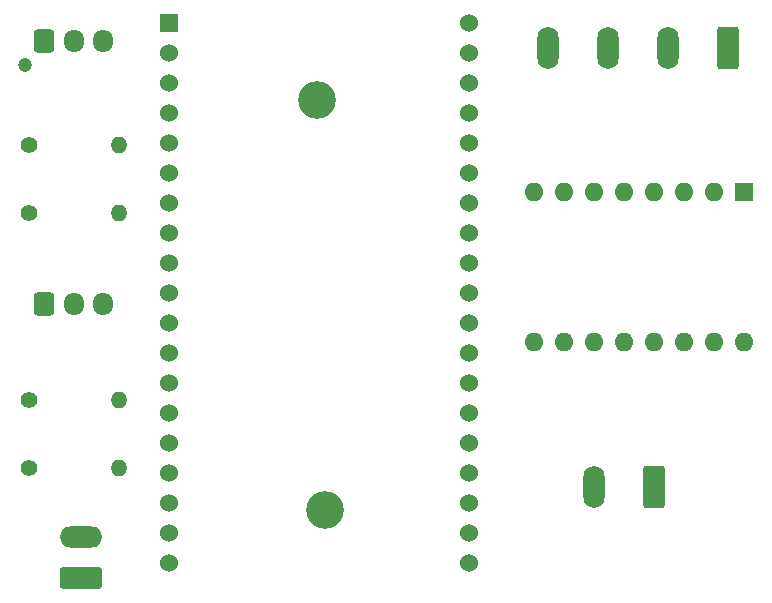
<source format=gbr>
%TF.GenerationSoftware,KiCad,Pcbnew,(6.0.1)*%
%TF.CreationDate,2022-10-31T14:49:25-07:00*%
%TF.ProjectId,Jianyi_PCB,4a69616e-7969-45f5-9043-422e6b696361,rev?*%
%TF.SameCoordinates,Original*%
%TF.FileFunction,Soldermask,Bot*%
%TF.FilePolarity,Negative*%
%FSLAX46Y46*%
G04 Gerber Fmt 4.6, Leading zero omitted, Abs format (unit mm)*
G04 Created by KiCad (PCBNEW (6.0.1)) date 2022-10-31 14:49:25*
%MOMM*%
%LPD*%
G01*
G04 APERTURE LIST*
G04 Aperture macros list*
%AMRoundRect*
0 Rectangle with rounded corners*
0 $1 Rounding radius*
0 $2 $3 $4 $5 $6 $7 $8 $9 X,Y pos of 4 corners*
0 Add a 4 corners polygon primitive as box body*
4,1,4,$2,$3,$4,$5,$6,$7,$8,$9,$2,$3,0*
0 Add four circle primitives for the rounded corners*
1,1,$1+$1,$2,$3*
1,1,$1+$1,$4,$5*
1,1,$1+$1,$6,$7*
1,1,$1+$1,$8,$9*
0 Add four rect primitives between the rounded corners*
20,1,$1+$1,$2,$3,$4,$5,0*
20,1,$1+$1,$4,$5,$6,$7,0*
20,1,$1+$1,$6,$7,$8,$9,0*
20,1,$1+$1,$8,$9,$2,$3,0*%
G04 Aperture macros list end*
%ADD10C,3.200000*%
%ADD11RoundRect,0.250000X-0.600000X-0.725000X0.600000X-0.725000X0.600000X0.725000X-0.600000X0.725000X0*%
%ADD12O,1.700000X1.950000*%
%ADD13C,1.400000*%
%ADD14O,1.400000X1.400000*%
%ADD15RoundRect,0.250000X0.650000X1.550000X-0.650000X1.550000X-0.650000X-1.550000X0.650000X-1.550000X0*%
%ADD16O,1.800000X3.600000*%
%ADD17R,1.530000X1.530000*%
%ADD18C,1.530000*%
%ADD19RoundRect,0.250000X1.550000X-0.650000X1.550000X0.650000X-1.550000X0.650000X-1.550000X-0.650000X0*%
%ADD20O,3.600000X1.800000*%
%ADD21C,1.200000*%
%ADD22R,1.600000X1.600000*%
%ADD23O,1.600000X1.600000*%
G04 APERTURE END LIST*
D10*
%TO.C,REF\u002A\u002A*%
X98704400Y-100711000D03*
%TD*%
%TO.C,REF\u002A\u002A*%
X98044000Y-66014600D03*
%TD*%
D11*
%TO.C,OutletSensor1*%
X74970000Y-83295000D03*
D12*
X77470000Y-83295000D03*
X79970000Y-83295000D03*
%TD*%
D13*
%TO.C,R4-68k\u03A91*%
X73660000Y-97155000D03*
D14*
X81280000Y-97155000D03*
%TD*%
D15*
%TO.C,Motor1*%
X132842000Y-61595000D03*
D16*
X127762000Y-61595000D03*
X122682000Y-61595000D03*
X117602000Y-61595000D03*
%TD*%
D17*
%TO.C,U1*%
X85500000Y-59556000D03*
D18*
X85500000Y-62096000D03*
X85500000Y-64636000D03*
X85500000Y-67176000D03*
X85500000Y-69716000D03*
X85500000Y-72256000D03*
X85500000Y-74796000D03*
X85500000Y-77336000D03*
X85500000Y-79876000D03*
X85500000Y-82416000D03*
X85500000Y-84956000D03*
X85500000Y-87496000D03*
X85500000Y-90036000D03*
X85500000Y-92576000D03*
X85500000Y-95116000D03*
X85500000Y-97656000D03*
X85500000Y-100196000D03*
X85500000Y-102736000D03*
X85500000Y-105276000D03*
X110900000Y-105276000D03*
X110900000Y-102736000D03*
X110900000Y-100196000D03*
X110900000Y-97656000D03*
X110900000Y-95116000D03*
X110900000Y-92576000D03*
X110900000Y-90036000D03*
X110900000Y-87496000D03*
X110900000Y-84956000D03*
X110900000Y-82416000D03*
X110900000Y-79876000D03*
X110900000Y-77336000D03*
X110900000Y-74796000D03*
X110900000Y-72256000D03*
X110900000Y-69716000D03*
X110900000Y-67176000D03*
X110900000Y-64636000D03*
X110900000Y-62096000D03*
X110900000Y-59556000D03*
%TD*%
D19*
%TO.C,5V1*%
X78105000Y-106507500D03*
D20*
X78105000Y-103007500D03*
%TD*%
D13*
%TO.C,R1-33k\u03A91*%
X73660000Y-69850000D03*
D14*
X81280000Y-69850000D03*
%TD*%
D13*
%TO.C,R2-68k\u03A91*%
X73660000Y-75565000D03*
D14*
X81280000Y-75565000D03*
%TD*%
D21*
%TO.C,InletSensor1*%
X73370000Y-63070000D03*
D11*
X74970000Y-61070000D03*
D12*
X77470000Y-61070000D03*
X79970000Y-61070000D03*
%TD*%
D15*
%TO.C,24V1*%
X126619000Y-98806000D03*
D16*
X121539000Y-98806000D03*
%TD*%
D22*
%TO.C,A1*%
X134239000Y-73797000D03*
D23*
X131699000Y-73797000D03*
X129159000Y-73797000D03*
X126619000Y-73797000D03*
X124079000Y-73797000D03*
X121539000Y-73797000D03*
X118999000Y-73797000D03*
X116459000Y-73797000D03*
X116459000Y-86497000D03*
X118999000Y-86497000D03*
X121539000Y-86497000D03*
X124079000Y-86497000D03*
X126619000Y-86497000D03*
X129159000Y-86497000D03*
X131699000Y-86497000D03*
X134239000Y-86497000D03*
%TD*%
D13*
%TO.C,R3-33k\u03A91*%
X73660000Y-91440000D03*
D14*
X81280000Y-91440000D03*
%TD*%
M02*

</source>
